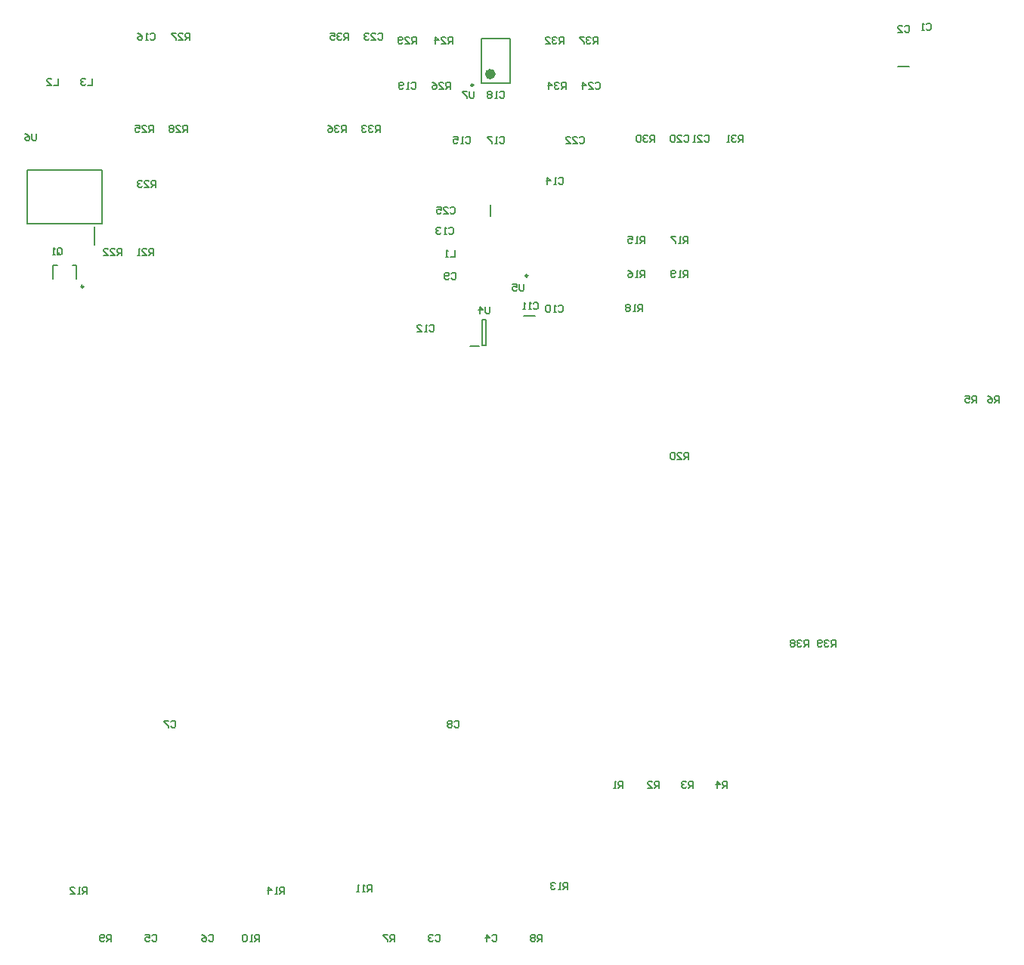
<source format=gbo>
G04*
G04 #@! TF.GenerationSoftware,Altium Limited,Altium Designer,20.0.13 (296)*
G04*
G04 Layer_Color=32896*
%FSLAX25Y25*%
%MOIN*%
G70*
G01*
G75*
%ADD10C,0.00984*%
%ADD11C,0.00787*%
%ADD16C,0.00500*%
%ADD62C,0.02362*%
D10*
X254173Y305157D02*
G03*
X254173Y305157I-492J0D01*
G01*
X58169Y300374D02*
G03*
X58169Y300374I-492J0D01*
G01*
X230157Y389252D02*
G03*
X230157Y389252I-492J0D01*
G01*
D11*
X237740Y331441D02*
Y336559D01*
X252441Y287480D02*
X257559D01*
X44882Y309626D02*
X46654D01*
X53346D02*
X55118D01*
Y303819D02*
Y309626D01*
X44882Y303819D02*
Y309626D01*
X234114Y274291D02*
X235886D01*
Y285709D01*
X234114D02*
X235886D01*
X234114Y274291D02*
Y285709D01*
X228602Y273957D02*
X232736D01*
X62953Y318740D02*
Y326811D01*
X33504Y328189D02*
X66496D01*
X33504D02*
Y351811D01*
X66496D01*
Y328189D02*
Y351811D01*
X233701Y409843D02*
X246299D01*
X233701Y390157D02*
X246299D01*
Y409843D01*
X233701Y390157D02*
Y409843D01*
X417441Y397520D02*
X422559D01*
D16*
X389999Y141500D02*
Y144500D01*
X388499D01*
X387999Y144000D01*
Y143000D01*
X388499Y142500D01*
X389999D01*
X388999D02*
X387999Y141500D01*
X387000Y144000D02*
X386500Y144500D01*
X385500D01*
X385000Y144000D01*
Y143500D01*
X385500Y143000D01*
X386000D01*
X385500D01*
X385000Y142500D01*
Y142000D01*
X385500Y141500D01*
X386500D01*
X387000Y142000D01*
X384001D02*
X383501Y141500D01*
X382501D01*
X382001Y142000D01*
Y144000D01*
X382501Y144500D01*
X383501D01*
X384001Y144000D01*
Y143500D01*
X383501Y143000D01*
X382001D01*
X377999Y141500D02*
Y144500D01*
X376499D01*
X375999Y144000D01*
Y143000D01*
X376499Y142500D01*
X377999D01*
X376999D02*
X375999Y141500D01*
X375000Y144000D02*
X374500Y144500D01*
X373500D01*
X373000Y144000D01*
Y143500D01*
X373500Y143000D01*
X374000D01*
X373500D01*
X373000Y142500D01*
Y142000D01*
X373500Y141500D01*
X374500D01*
X375000Y142000D01*
X372001Y144000D02*
X371501Y144500D01*
X370501D01*
X370001Y144000D01*
Y143500D01*
X370501Y143000D01*
X370001Y142500D01*
Y142000D01*
X370501Y141500D01*
X371501D01*
X372001Y142000D01*
Y142500D01*
X371501Y143000D01*
X372001Y143500D01*
Y144000D01*
X371501Y143000D02*
X370501D01*
X219999Y335000D02*
X220499Y335500D01*
X221499D01*
X221999Y335000D01*
Y333000D01*
X221499Y332501D01*
X220499D01*
X219999Y333000D01*
X217000Y332501D02*
X219000D01*
X217000Y334500D01*
Y335000D01*
X217500Y335500D01*
X218500D01*
X219000Y335000D01*
X214001Y335500D02*
X216001D01*
Y334000D01*
X215001Y334500D01*
X214501D01*
X214001Y334000D01*
Y333000D01*
X214501Y332501D01*
X215501D01*
X216001Y333000D01*
X173999Y368500D02*
Y371499D01*
X172499D01*
X171999Y371000D01*
Y370000D01*
X172499Y369500D01*
X173999D01*
X172999D02*
X171999Y368500D01*
X171000Y371000D02*
X170500Y371499D01*
X169500D01*
X169000Y371000D01*
Y370500D01*
X169500Y370000D01*
X170000D01*
X169500D01*
X169000Y369500D01*
Y369000D01*
X169500Y368500D01*
X170500D01*
X171000Y369000D01*
X166001Y371499D02*
X167001Y371000D01*
X168001Y370000D01*
Y369000D01*
X167501Y368500D01*
X166501D01*
X166001Y369000D01*
Y369500D01*
X166501Y370000D01*
X168001D01*
X103999Y368500D02*
Y371499D01*
X102499D01*
X101999Y371000D01*
Y370000D01*
X102499Y369500D01*
X103999D01*
X102999D02*
X101999Y368500D01*
X99000D02*
X101000D01*
X99000Y370500D01*
Y371000D01*
X99500Y371499D01*
X100500D01*
X101000Y371000D01*
X98001D02*
X97501Y371499D01*
X96501D01*
X96001Y371000D01*
Y370500D01*
X96501Y370000D01*
X96001Y369500D01*
Y369000D01*
X96501Y368500D01*
X97501D01*
X98001Y369000D01*
Y369500D01*
X97501Y370000D01*
X98001Y370500D01*
Y371000D01*
X97501Y370000D02*
X96501D01*
X188999Y368500D02*
Y371499D01*
X187499D01*
X186999Y371000D01*
Y370000D01*
X187499Y369500D01*
X188999D01*
X187999D02*
X186999Y368500D01*
X186000Y371000D02*
X185500Y371499D01*
X184500D01*
X184000Y371000D01*
Y370500D01*
X184500Y370000D01*
X185000D01*
X184500D01*
X184000Y369500D01*
Y369000D01*
X184500Y368500D01*
X185500D01*
X186000Y369000D01*
X183001Y371000D02*
X182501Y371499D01*
X181501D01*
X181001Y371000D01*
Y370500D01*
X181501Y370000D01*
X182001D01*
X181501D01*
X181001Y369500D01*
Y369000D01*
X181501Y368500D01*
X182501D01*
X183001Y369000D01*
X88999Y368500D02*
Y371499D01*
X87499D01*
X86999Y371000D01*
Y370000D01*
X87499Y369500D01*
X88999D01*
X87999D02*
X86999Y368500D01*
X84000D02*
X86000D01*
X84000Y370500D01*
Y371000D01*
X84500Y371499D01*
X85500D01*
X86000Y371000D01*
X81001Y371499D02*
X83001D01*
Y370000D01*
X82001Y370500D01*
X81501D01*
X81001Y370000D01*
Y369000D01*
X81501Y368500D01*
X82501D01*
X83001Y369000D01*
X210749Y283000D02*
X211249Y283500D01*
X212249D01*
X212749Y283000D01*
Y281000D01*
X212249Y280501D01*
X211249D01*
X210749Y281000D01*
X209750Y280501D02*
X208750D01*
X209250D01*
Y283500D01*
X209750Y283000D01*
X205251Y280501D02*
X207251D01*
X205251Y282500D01*
Y283000D01*
X205751Y283500D01*
X206751D01*
X207251Y283000D01*
X230499Y386500D02*
Y384000D01*
X229999Y383501D01*
X229000D01*
X228500Y384000D01*
Y386500D01*
X227500D02*
X225501D01*
Y386000D01*
X227500Y384000D01*
Y383501D01*
X37400Y367799D02*
Y365300D01*
X36900Y364800D01*
X35901D01*
X35401Y365300D01*
Y367799D01*
X32402D02*
X33401Y367299D01*
X34401Y366300D01*
Y365300D01*
X33901Y364800D01*
X32901D01*
X32402Y365300D01*
Y365800D01*
X32901Y366300D01*
X34401D01*
X252499Y301500D02*
Y299000D01*
X251999Y298500D01*
X251000D01*
X250500Y299000D01*
Y301500D01*
X247501D02*
X249500D01*
Y300000D01*
X248500Y300500D01*
X248001D01*
X247501Y300000D01*
Y299000D01*
X248001Y298500D01*
X249000D01*
X249500Y299000D01*
X237499Y291499D02*
Y289000D01*
X236999Y288500D01*
X236000D01*
X235500Y289000D01*
Y291499D01*
X233001Y288500D02*
Y291499D01*
X234500Y290000D01*
X232501D01*
X284999Y407501D02*
Y410499D01*
X283499D01*
X282999Y410000D01*
Y409000D01*
X283499Y408500D01*
X284999D01*
X283999D02*
X282999Y407501D01*
X282000Y410000D02*
X281500Y410499D01*
X280500D01*
X280000Y410000D01*
Y409500D01*
X280500Y409000D01*
X281000D01*
X280500D01*
X280000Y408500D01*
Y408000D01*
X280500Y407501D01*
X281500D01*
X282000Y408000D01*
X279001Y410499D02*
X277001D01*
Y410000D01*
X279001Y408000D01*
Y407501D01*
X175100Y409200D02*
Y412199D01*
X173600D01*
X173101Y411699D01*
Y410700D01*
X173600Y410200D01*
X175100D01*
X174100D02*
X173101Y409200D01*
X172101Y411699D02*
X171601Y412199D01*
X170601D01*
X170102Y411699D01*
Y411199D01*
X170601Y410700D01*
X171101D01*
X170601D01*
X170102Y410200D01*
Y409700D01*
X170601Y409200D01*
X171601D01*
X172101Y409700D01*
X167103Y412199D02*
X169102D01*
Y410700D01*
X168102Y411199D01*
X167602D01*
X167103Y410700D01*
Y409700D01*
X167602Y409200D01*
X168602D01*
X169102Y409700D01*
X270999Y387501D02*
Y390499D01*
X269499D01*
X268999Y390000D01*
Y389000D01*
X269499Y388500D01*
X270999D01*
X269999D02*
X268999Y387501D01*
X268000Y390000D02*
X267500Y390499D01*
X266500D01*
X266000Y390000D01*
Y389500D01*
X266500Y389000D01*
X267000D01*
X266500D01*
X266000Y388500D01*
Y388000D01*
X266500Y387501D01*
X267500D01*
X268000Y388000D01*
X263501Y387501D02*
Y390499D01*
X265001Y389000D01*
X263001D01*
X269999Y407501D02*
Y410499D01*
X268499D01*
X267999Y410000D01*
Y409000D01*
X268499Y408500D01*
X269999D01*
X268999D02*
X267999Y407501D01*
X267000Y410000D02*
X266500Y410499D01*
X265500D01*
X265000Y410000D01*
Y409500D01*
X265500Y409000D01*
X266000D01*
X265500D01*
X265000Y408500D01*
Y408000D01*
X265500Y407501D01*
X266500D01*
X267000Y408000D01*
X262001Y407501D02*
X264001D01*
X262001Y409500D01*
Y410000D01*
X262501Y410499D01*
X263501D01*
X264001Y410000D01*
X349100Y364200D02*
Y367199D01*
X347601D01*
X347101Y366699D01*
Y365700D01*
X347601Y365200D01*
X349100D01*
X348100D02*
X347101Y364200D01*
X346101Y366699D02*
X345601Y367199D01*
X344601D01*
X344102Y366699D01*
Y366199D01*
X344601Y365700D01*
X345101D01*
X344601D01*
X344102Y365200D01*
Y364700D01*
X344601Y364200D01*
X345601D01*
X346101Y364700D01*
X343102Y364200D02*
X342102D01*
X342602D01*
Y367199D01*
X343102Y366699D01*
X310100Y364200D02*
Y367199D01*
X308600D01*
X308101Y366699D01*
Y365700D01*
X308600Y365200D01*
X310100D01*
X309100D02*
X308101Y364200D01*
X307101Y366699D02*
X306601Y367199D01*
X305602D01*
X305102Y366699D01*
Y366199D01*
X305602Y365700D01*
X306101D01*
X305602D01*
X305102Y365200D01*
Y364700D01*
X305602Y364200D01*
X306601D01*
X307101Y364700D01*
X304102Y366699D02*
X303602Y367199D01*
X302602D01*
X302103Y366699D01*
Y364700D01*
X302602Y364200D01*
X303602D01*
X304102Y364700D01*
Y366699D01*
X204999Y407501D02*
Y410499D01*
X203499D01*
X202999Y410000D01*
Y409000D01*
X203499Y408500D01*
X204999D01*
X203999D02*
X202999Y407501D01*
X200000D02*
X202000D01*
X200000Y409500D01*
Y410000D01*
X200500Y410499D01*
X201500D01*
X202000Y410000D01*
X199001Y408000D02*
X198501Y407501D01*
X197501D01*
X197001Y408000D01*
Y410000D01*
X197501Y410499D01*
X198501D01*
X199001Y410000D01*
Y409500D01*
X198501Y409000D01*
X197001D01*
X105100Y409200D02*
Y412199D01*
X103601D01*
X103101Y411699D01*
Y410700D01*
X103601Y410200D01*
X105100D01*
X104100D02*
X103101Y409200D01*
X100102D02*
X102101D01*
X100102Y411199D01*
Y411699D01*
X100601Y412199D01*
X101601D01*
X102101Y411699D01*
X99102Y412199D02*
X97103D01*
Y411699D01*
X99102Y409700D01*
Y409200D01*
X219999Y387501D02*
Y390499D01*
X218499D01*
X217999Y390000D01*
Y389000D01*
X218499Y388500D01*
X219999D01*
X218999D02*
X217999Y387501D01*
X215000D02*
X217000D01*
X215000Y389500D01*
Y390000D01*
X215500Y390499D01*
X216500D01*
X217000Y390000D01*
X212001Y390499D02*
X213001Y390000D01*
X214001Y389000D01*
Y388000D01*
X213501Y387501D01*
X212501D01*
X212001Y388000D01*
Y388500D01*
X212501Y389000D01*
X214001D01*
X220999Y407501D02*
Y410499D01*
X219499D01*
X218999Y410000D01*
Y409000D01*
X219499Y408500D01*
X220999D01*
X219999D02*
X218999Y407501D01*
X216000D02*
X218000D01*
X216000Y409500D01*
Y410000D01*
X216500Y410499D01*
X217500D01*
X218000Y410000D01*
X213501Y407501D02*
Y410499D01*
X215001Y409000D01*
X213001D01*
X90100Y344200D02*
Y347199D01*
X88600D01*
X88101Y346699D01*
Y345700D01*
X88600Y345200D01*
X90100D01*
X89100D02*
X88101Y344200D01*
X85102D02*
X87101D01*
X85102Y346199D01*
Y346699D01*
X85602Y347199D01*
X86601D01*
X87101Y346699D01*
X84102D02*
X83602Y347199D01*
X82603D01*
X82103Y346699D01*
Y346199D01*
X82603Y345700D01*
X83102D01*
X82603D01*
X82103Y345200D01*
Y344700D01*
X82603Y344200D01*
X83602D01*
X84102Y344700D01*
X75100Y314200D02*
Y317199D01*
X73601D01*
X73101Y316699D01*
Y315700D01*
X73601Y315200D01*
X75100D01*
X74100D02*
X73101Y314200D01*
X70102D02*
X72101D01*
X70102Y316199D01*
Y316699D01*
X70601Y317199D01*
X71601D01*
X72101Y316699D01*
X67103Y314200D02*
X69102D01*
X67103Y316199D01*
Y316699D01*
X67602Y317199D01*
X68602D01*
X69102Y316699D01*
X89100Y314200D02*
Y317199D01*
X87600D01*
X87101Y316699D01*
Y315700D01*
X87600Y315200D01*
X89100D01*
X88100D02*
X87101Y314200D01*
X84102D02*
X86101D01*
X84102Y316199D01*
Y316699D01*
X84601Y317199D01*
X85601D01*
X86101Y316699D01*
X83102Y314200D02*
X82102D01*
X82602D01*
Y317199D01*
X83102Y316699D01*
X325100Y224200D02*
Y227199D01*
X323601D01*
X323101Y226699D01*
Y225699D01*
X323601Y225200D01*
X325100D01*
X324100D02*
X323101Y224200D01*
X320102D02*
X322101D01*
X320102Y226199D01*
Y226699D01*
X320602Y227199D01*
X321601D01*
X322101Y226699D01*
X319102D02*
X318602Y227199D01*
X317602D01*
X317103Y226699D01*
Y224700D01*
X317602Y224200D01*
X318602D01*
X319102Y224700D01*
Y226699D01*
X324749Y304501D02*
Y307500D01*
X323249D01*
X322749Y307000D01*
Y306000D01*
X323249Y305500D01*
X324749D01*
X323749D02*
X322749Y304501D01*
X321750D02*
X320750D01*
X321250D01*
Y307500D01*
X321750Y307000D01*
X319251Y305000D02*
X318751Y304501D01*
X317751D01*
X317251Y305000D01*
Y307000D01*
X317751Y307500D01*
X318751D01*
X319251Y307000D01*
Y306500D01*
X318751Y306000D01*
X317251D01*
X304749Y289500D02*
Y292499D01*
X303249D01*
X302749Y292000D01*
Y291000D01*
X303249Y290500D01*
X304749D01*
X303749D02*
X302749Y289500D01*
X301750D02*
X300750D01*
X301250D01*
Y292499D01*
X301750Y292000D01*
X299251D02*
X298751Y292499D01*
X297751D01*
X297251Y292000D01*
Y291500D01*
X297751Y291000D01*
X297251Y290500D01*
Y290000D01*
X297751Y289500D01*
X298751D01*
X299251Y290000D01*
Y290500D01*
X298751Y291000D01*
X299251Y291500D01*
Y292000D01*
X298751Y291000D02*
X297751D01*
X324749Y319500D02*
Y322499D01*
X323249D01*
X322749Y322000D01*
Y321000D01*
X323249Y320500D01*
X324749D01*
X323749D02*
X322749Y319500D01*
X321750D02*
X320750D01*
X321250D01*
Y322499D01*
X321750Y322000D01*
X319251Y322499D02*
X317251D01*
Y322000D01*
X319251Y320000D01*
Y319500D01*
X305749Y304501D02*
Y307500D01*
X304249D01*
X303749Y307000D01*
Y306000D01*
X304249Y305500D01*
X305749D01*
X304749D02*
X303749Y304501D01*
X302750D02*
X301750D01*
X302250D01*
Y307500D01*
X302750Y307000D01*
X298251Y307500D02*
X299251Y307000D01*
X300251Y306000D01*
Y305000D01*
X299751Y304501D01*
X298751D01*
X298251Y305000D01*
Y305500D01*
X298751Y306000D01*
X300251D01*
X305749Y319500D02*
Y322499D01*
X304249D01*
X303749Y322000D01*
Y321000D01*
X304249Y320500D01*
X305749D01*
X304749D02*
X303749Y319500D01*
X302750D02*
X301750D01*
X302250D01*
Y322499D01*
X302750Y322000D01*
X298251Y322499D02*
X300251D01*
Y321000D01*
X299251Y321500D01*
X298751D01*
X298251Y321000D01*
Y320000D01*
X298751Y319500D01*
X299751D01*
X300251Y320000D01*
X146749Y32500D02*
Y35500D01*
X145249D01*
X144749Y35000D01*
Y34000D01*
X145249Y33500D01*
X146749D01*
X145749D02*
X144749Y32500D01*
X143750D02*
X142750D01*
X143250D01*
Y35500D01*
X143750Y35000D01*
X139751Y32500D02*
Y35500D01*
X141251Y34000D01*
X139251D01*
X59749Y32500D02*
Y35500D01*
X58249D01*
X57749Y35000D01*
Y34000D01*
X58249Y33500D01*
X59749D01*
X58749D02*
X57749Y32500D01*
X56750D02*
X55750D01*
X56250D01*
Y35500D01*
X56750Y35000D01*
X52251Y32500D02*
X54251D01*
X52251Y34500D01*
Y35000D01*
X52751Y35500D01*
X53751D01*
X54251Y35000D01*
X462100Y249240D02*
Y252239D01*
X460601D01*
X460101Y251739D01*
Y250740D01*
X460601Y250240D01*
X462100D01*
X461100D02*
X460101Y249240D01*
X457102Y252239D02*
X458101Y251739D01*
X459101Y250740D01*
Y249740D01*
X458601Y249240D01*
X457601D01*
X457102Y249740D01*
Y250240D01*
X457601Y250740D01*
X459101D01*
X452100Y249200D02*
Y252199D01*
X450600D01*
X450101Y251699D01*
Y250699D01*
X450600Y250200D01*
X452100D01*
X451100D02*
X450101Y249200D01*
X447102Y252199D02*
X449101D01*
Y250699D01*
X448101Y251199D01*
X447602D01*
X447102Y250699D01*
Y249700D01*
X447602Y249200D01*
X448601D01*
X449101Y249700D01*
X135749Y11501D02*
Y14500D01*
X134249D01*
X133749Y14000D01*
Y13000D01*
X134249Y12500D01*
X135749D01*
X134749D02*
X133749Y11501D01*
X132750D02*
X131750D01*
X132250D01*
Y14500D01*
X132750Y14000D01*
X130251D02*
X129751Y14500D01*
X128751D01*
X128251Y14000D01*
Y12000D01*
X128751Y11501D01*
X129751D01*
X130251Y12000D01*
Y14000D01*
X70499Y11501D02*
Y14500D01*
X69000D01*
X68500Y14000D01*
Y13000D01*
X69000Y12500D01*
X70499D01*
X69499D02*
X68500Y11501D01*
X67500Y12000D02*
X67000Y11501D01*
X66001D01*
X65501Y12000D01*
Y14000D01*
X66001Y14500D01*
X67000D01*
X67500Y14000D01*
Y13500D01*
X67000Y13000D01*
X65501D01*
X271749Y34501D02*
Y37499D01*
X270249D01*
X269749Y37000D01*
Y36000D01*
X270249Y35500D01*
X271749D01*
X270749D02*
X269749Y34501D01*
X268750D02*
X267750D01*
X268250D01*
Y37499D01*
X268750Y37000D01*
X266251D02*
X265751Y37499D01*
X264751D01*
X264251Y37000D01*
Y36500D01*
X264751Y36000D01*
X265251D01*
X264751D01*
X264251Y35500D01*
Y35000D01*
X264751Y34501D01*
X265751D01*
X266251Y35000D01*
X185249Y33500D02*
Y36500D01*
X183749D01*
X183250Y36000D01*
Y35000D01*
X183749Y34500D01*
X185249D01*
X184249D02*
X183250Y33500D01*
X182250D02*
X181250D01*
X181750D01*
Y36500D01*
X182250Y36000D01*
X179751Y33500D02*
X178751D01*
X179251D01*
Y36500D01*
X179751Y36000D01*
X260499Y11501D02*
Y14500D01*
X259000D01*
X258500Y14000D01*
Y13000D01*
X259000Y12500D01*
X260499D01*
X259500D02*
X258500Y11501D01*
X257500Y14000D02*
X257000Y14500D01*
X256001D01*
X255501Y14000D01*
Y13500D01*
X256001Y13000D01*
X255501Y12500D01*
Y12000D01*
X256001Y11501D01*
X257000D01*
X257500Y12000D01*
Y12500D01*
X257000Y13000D01*
X257500Y13500D01*
Y14000D01*
X257000Y13000D02*
X256001D01*
X195499Y11501D02*
Y14500D01*
X194000D01*
X193500Y14000D01*
Y13000D01*
X194000Y12500D01*
X195499D01*
X194500D02*
X193500Y11501D01*
X192500Y14500D02*
X190501D01*
Y14000D01*
X192500Y12000D01*
Y11501D01*
X342100Y79200D02*
Y82199D01*
X340600D01*
X340101Y81699D01*
Y80699D01*
X340600Y80200D01*
X342100D01*
X341100D02*
X340101Y79200D01*
X337601D02*
Y82199D01*
X339101Y80699D01*
X337102D01*
X327100Y79200D02*
Y82199D01*
X325601D01*
X325101Y81699D01*
Y80699D01*
X325601Y80200D01*
X327100D01*
X326100D02*
X325101Y79200D01*
X324101Y81699D02*
X323601Y82199D01*
X322602D01*
X322102Y81699D01*
Y81199D01*
X322602Y80699D01*
X323101D01*
X322602D01*
X322102Y80200D01*
Y79700D01*
X322602Y79200D01*
X323601D01*
X324101Y79700D01*
X312100Y79200D02*
Y82199D01*
X310600D01*
X310101Y81699D01*
Y80699D01*
X310600Y80200D01*
X312100D01*
X311100D02*
X310101Y79200D01*
X307102D02*
X309101D01*
X307102Y81199D01*
Y81699D01*
X307601Y82199D01*
X308601D01*
X309101Y81699D01*
X296100Y79200D02*
Y82199D01*
X294601D01*
X294101Y81699D01*
Y80699D01*
X294601Y80200D01*
X296100D01*
X295100D02*
X294101Y79200D01*
X293101D02*
X292101D01*
X292601D01*
Y82199D01*
X293101Y81699D01*
X46581Y314848D02*
Y316847D01*
X47081Y317347D01*
X48081D01*
X48580Y316847D01*
Y314848D01*
X48081Y314348D01*
X47081D01*
X47581Y315348D02*
X46581Y314348D01*
X47081D02*
X46581Y314848D01*
X45581Y314348D02*
X44582D01*
X45081D01*
Y317347D01*
X45581Y316847D01*
X62100Y392199D02*
Y389200D01*
X60101D01*
X59101Y391699D02*
X58601Y392199D01*
X57601D01*
X57102Y391699D01*
Y391199D01*
X57601Y390700D01*
X58101D01*
X57601D01*
X57102Y390200D01*
Y389700D01*
X57601Y389200D01*
X58601D01*
X59101Y389700D01*
X47100Y392199D02*
Y389200D01*
X45101D01*
X42102D02*
X44101D01*
X42102Y391199D01*
Y391699D01*
X42601Y392199D01*
X43601D01*
X44101Y391699D01*
X221999Y316499D02*
Y313500D01*
X220000D01*
X219000D02*
X218001D01*
X218500D01*
Y316499D01*
X219000Y316000D01*
X283999Y390000D02*
X284499Y390499D01*
X285499D01*
X285999Y390000D01*
Y388000D01*
X285499Y387501D01*
X284499D01*
X283999Y388000D01*
X281000Y387501D02*
X283000D01*
X281000Y389500D01*
Y390000D01*
X281500Y390499D01*
X282500D01*
X283000Y390000D01*
X278501Y387501D02*
Y390499D01*
X280001Y389000D01*
X278001D01*
X188101Y411699D02*
X188601Y412199D01*
X189600D01*
X190100Y411699D01*
Y409700D01*
X189600Y409200D01*
X188601D01*
X188101Y409700D01*
X185102Y409200D02*
X187101D01*
X185102Y411199D01*
Y411699D01*
X185601Y412199D01*
X186601D01*
X187101Y411699D01*
X184102D02*
X183602Y412199D01*
X182602D01*
X182103Y411699D01*
Y411199D01*
X182602Y410700D01*
X183102D01*
X182602D01*
X182103Y410200D01*
Y409700D01*
X182602Y409200D01*
X183602D01*
X184102Y409700D01*
X276999Y366000D02*
X277499Y366499D01*
X278499D01*
X278999Y366000D01*
Y364000D01*
X278499Y363500D01*
X277499D01*
X276999Y364000D01*
X274000Y363500D02*
X276000D01*
X274000Y365500D01*
Y366000D01*
X274500Y366499D01*
X275500D01*
X276000Y366000D01*
X271001Y363500D02*
X273001D01*
X271001Y365500D01*
Y366000D01*
X271501Y366499D01*
X272501D01*
X273001Y366000D01*
X332101Y366699D02*
X332600Y367199D01*
X333600D01*
X334100Y366699D01*
Y364700D01*
X333600Y364200D01*
X332600D01*
X332101Y364700D01*
X329102Y364200D02*
X331101D01*
X329102Y366199D01*
Y366699D01*
X329602Y367199D01*
X330601D01*
X331101Y366699D01*
X328102Y364200D02*
X327102D01*
X327602D01*
Y367199D01*
X328102Y366699D01*
X323101D02*
X323601Y367199D01*
X324600D01*
X325100Y366699D01*
Y364700D01*
X324600Y364200D01*
X323601D01*
X323101Y364700D01*
X320102Y364200D02*
X322101D01*
X320102Y366199D01*
Y366699D01*
X320602Y367199D01*
X321601D01*
X322101Y366699D01*
X319102D02*
X318602Y367199D01*
X317602D01*
X317103Y366699D01*
Y364700D01*
X317602Y364200D01*
X318602D01*
X319102Y364700D01*
Y366699D01*
X202749Y390000D02*
X203249Y390499D01*
X204249D01*
X204749Y390000D01*
Y388000D01*
X204249Y387501D01*
X203249D01*
X202749Y388000D01*
X201750Y387501D02*
X200750D01*
X201250D01*
Y390499D01*
X201750Y390000D01*
X199251Y388000D02*
X198751Y387501D01*
X197751D01*
X197251Y388000D01*
Y390000D01*
X197751Y390499D01*
X198751D01*
X199251Y390000D01*
Y389500D01*
X198751Y389000D01*
X197251D01*
X241749Y386000D02*
X242249Y386500D01*
X243249D01*
X243749Y386000D01*
Y384000D01*
X243249Y383501D01*
X242249D01*
X241749Y384000D01*
X240750Y383501D02*
X239750D01*
X240250D01*
Y386500D01*
X240750Y386000D01*
X238251D02*
X237751Y386500D01*
X236751D01*
X236251Y386000D01*
Y385500D01*
X236751Y385000D01*
X236251Y384500D01*
Y384000D01*
X236751Y383501D01*
X237751D01*
X238251Y384000D01*
Y384500D01*
X237751Y385000D01*
X238251Y385500D01*
Y386000D01*
X237751Y385000D02*
X236751D01*
X241749Y366000D02*
X242249Y366499D01*
X243249D01*
X243749Y366000D01*
Y364000D01*
X243249Y363500D01*
X242249D01*
X241749Y364000D01*
X240750Y363500D02*
X239750D01*
X240250D01*
Y366499D01*
X240750Y366000D01*
X238251Y366499D02*
X236251D01*
Y366000D01*
X238251Y364000D01*
Y363500D01*
X87601Y411699D02*
X88100Y412199D01*
X89100D01*
X89600Y411699D01*
Y409700D01*
X89100Y409200D01*
X88100D01*
X87601Y409700D01*
X86601Y409200D02*
X85601D01*
X86101D01*
Y412199D01*
X86601Y411699D01*
X82102Y412199D02*
X83102Y411699D01*
X84102Y410700D01*
Y409700D01*
X83602Y409200D01*
X82602D01*
X82102Y409700D01*
Y410200D01*
X82602Y410700D01*
X84102D01*
X226749Y366000D02*
X227249Y366499D01*
X228249D01*
X228749Y366000D01*
Y364000D01*
X228249Y363500D01*
X227249D01*
X226749Y364000D01*
X225750Y363500D02*
X224750D01*
X225250D01*
Y366499D01*
X225750Y366000D01*
X221251Y366499D02*
X223251D01*
Y365000D01*
X222251Y365500D01*
X221751D01*
X221251Y365000D01*
Y364000D01*
X221751Y363500D01*
X222751D01*
X223251Y364000D01*
X267749Y348000D02*
X268249Y348499D01*
X269249D01*
X269749Y348000D01*
Y346000D01*
X269249Y345500D01*
X268249D01*
X267749Y346000D01*
X266750Y345500D02*
X265750D01*
X266250D01*
Y348499D01*
X266750Y348000D01*
X262751Y345500D02*
Y348499D01*
X264251Y347000D01*
X262251D01*
X219249Y326000D02*
X219749Y326500D01*
X220749D01*
X221249Y326000D01*
Y324000D01*
X220749Y323500D01*
X219749D01*
X219249Y324000D01*
X218250Y323500D02*
X217250D01*
X217750D01*
Y326500D01*
X218250Y326000D01*
X215751D02*
X215251Y326500D01*
X214251D01*
X213751Y326000D01*
Y325500D01*
X214251Y325000D01*
X214751D01*
X214251D01*
X213751Y324500D01*
Y324000D01*
X214251Y323500D01*
X215251D01*
X215751Y324000D01*
X256601Y292899D02*
X257101Y293399D01*
X258100D01*
X258600Y292899D01*
Y290900D01*
X258100Y290400D01*
X257101D01*
X256601Y290900D01*
X255601Y290400D02*
X254601D01*
X255101D01*
Y293399D01*
X255601Y292899D01*
X253102Y290400D02*
X252102D01*
X252602D01*
Y293399D01*
X253102Y292899D01*
X267601Y291699D02*
X268101Y292199D01*
X269100D01*
X269600Y291699D01*
Y289700D01*
X269100Y289200D01*
X268101D01*
X267601Y289700D01*
X266601Y289200D02*
X265601D01*
X266101D01*
Y292199D01*
X266601Y291699D01*
X264102D02*
X263602Y292199D01*
X262602D01*
X262102Y291699D01*
Y289700D01*
X262602Y289200D01*
X263602D01*
X264102Y289700D01*
Y291699D01*
X220500Y306000D02*
X221000Y306500D01*
X221999D01*
X222499Y306000D01*
Y304000D01*
X221999Y303501D01*
X221000D01*
X220500Y304000D01*
X219500D02*
X219000Y303501D01*
X218001D01*
X217501Y304000D01*
Y306000D01*
X218001Y306500D01*
X219000D01*
X219500Y306000D01*
Y305500D01*
X219000Y305000D01*
X217501D01*
X96801Y108399D02*
X97300Y108899D01*
X98300D01*
X98800Y108399D01*
Y106400D01*
X98300Y105900D01*
X97300D01*
X96801Y106400D01*
X95801Y108899D02*
X93802D01*
Y108399D01*
X95801Y106400D01*
Y105900D01*
X113500Y14000D02*
X114000Y14500D01*
X114999D01*
X115499Y14000D01*
Y12000D01*
X114999Y11501D01*
X114000D01*
X113500Y12000D01*
X110501Y14500D02*
X111501Y14000D01*
X112500Y13000D01*
Y12000D01*
X112000Y11501D01*
X111001D01*
X110501Y12000D01*
Y12500D01*
X111001Y13000D01*
X112500D01*
X88500Y14000D02*
X89000Y14500D01*
X89999D01*
X90499Y14000D01*
Y12000D01*
X89999Y11501D01*
X89000D01*
X88500Y12000D01*
X85501Y14500D02*
X87500D01*
Y13000D01*
X86501Y13500D01*
X86001D01*
X85501Y13000D01*
Y12000D01*
X86001Y11501D01*
X87000D01*
X87500Y12000D01*
X420500Y415000D02*
X421000Y415499D01*
X421999D01*
X422499Y415000D01*
Y413000D01*
X421999Y412500D01*
X421000D01*
X420500Y413000D01*
X417501Y412500D02*
X419500D01*
X417501Y414500D01*
Y415000D01*
X418001Y415499D01*
X419000D01*
X419500Y415000D01*
X430000Y416000D02*
X430500Y416500D01*
X431499D01*
X431999Y416000D01*
Y414000D01*
X431499Y413500D01*
X430500D01*
X430000Y414000D01*
X429000Y413500D02*
X428001D01*
X428501D01*
Y416500D01*
X429000Y416000D01*
X221801Y108399D02*
X222301Y108899D01*
X223300D01*
X223800Y108399D01*
Y106400D01*
X223300Y105900D01*
X222301D01*
X221801Y106400D01*
X220801Y108399D02*
X220301Y108899D01*
X219302D01*
X218802Y108399D01*
Y107899D01*
X219302Y107399D01*
X218802Y106900D01*
Y106400D01*
X219302Y105900D01*
X220301D01*
X220801Y106400D01*
Y106900D01*
X220301Y107399D01*
X220801Y107899D01*
Y108399D01*
X220301Y107399D02*
X219302D01*
X238500Y14000D02*
X239000Y14500D01*
X239999D01*
X240499Y14000D01*
Y12000D01*
X239999Y11501D01*
X239000D01*
X238500Y12000D01*
X236001Y11501D02*
Y14500D01*
X237500Y13000D01*
X235501D01*
X213500Y14000D02*
X214000Y14500D01*
X214999D01*
X215499Y14000D01*
Y12000D01*
X214999Y11501D01*
X214000D01*
X213500Y12000D01*
X212500Y14000D02*
X212000Y14500D01*
X211001D01*
X210501Y14000D01*
Y13500D01*
X211001Y13000D01*
X211501D01*
X211001D01*
X210501Y12500D01*
Y12000D01*
X211001Y11501D01*
X212000D01*
X212500Y12000D01*
D62*
X238819Y394094D02*
G03*
X238819Y394094I-1181J0D01*
G01*
M02*

</source>
